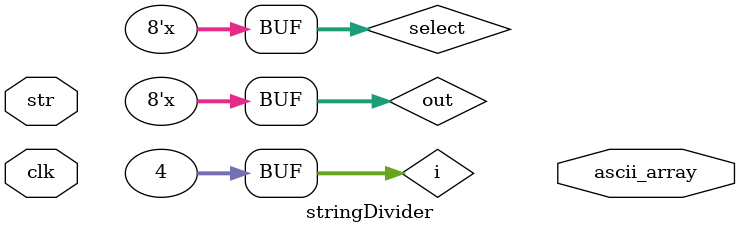
<source format=v>
module stringDivider
	#(parameter stringLength = 4)
	(
	input str,	                                    //string input
	input clk,	                                    //Clock Signal
	output reg ascii_array //ASCII Array output
	);
	
	reg [7:0] select;
	reg [7:0] out;
	integer i;
	
	//$display("str= %s",str);
	always@(*) 
	begin

		for (i=0; i<stringLength; i=i+1)
		begin
			select = string[(8*(i+1))-1:(8*i)]; // indexing the string
			//$display("select= %s", select);
			  case (select)
			  	"A": out = 8'h01; //selectA
			  	"B": out = 8'h02; //selectB
			  endcase
			//ascii_array[i] = out;
			//$display("ascii_array[i]= %s", ascii_array[i]);
		end
	end
endmodule 
</source>
